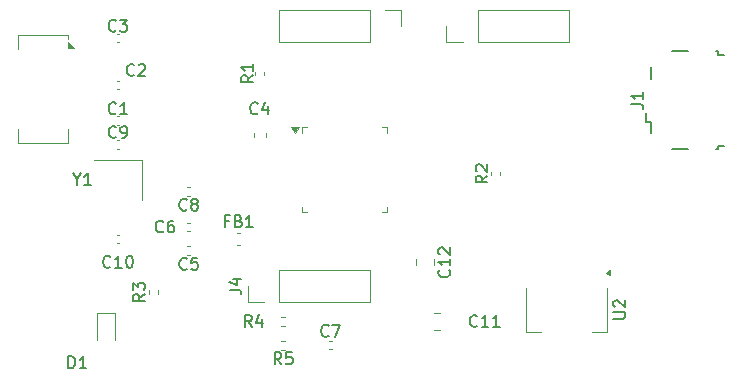
<source format=gbr>
%TF.GenerationSoftware,KiCad,Pcbnew,9.0.4*%
%TF.CreationDate,2025-09-11T21:53:48-07:00*%
%TF.ProjectId,STM32 PCB design,53544d33-3220-4504-9342-206465736967,rev?*%
%TF.SameCoordinates,Original*%
%TF.FileFunction,Legend,Top*%
%TF.FilePolarity,Positive*%
%FSLAX46Y46*%
G04 Gerber Fmt 4.6, Leading zero omitted, Abs format (unit mm)*
G04 Created by KiCad (PCBNEW 9.0.4) date 2025-09-11 21:53:48*
%MOMM*%
%LPD*%
G01*
G04 APERTURE LIST*
%ADD10C,0.150000*%
%ADD11C,0.120000*%
G04 APERTURE END LIST*
D10*
X121833333Y-72359580D02*
X121785714Y-72407200D01*
X121785714Y-72407200D02*
X121642857Y-72454819D01*
X121642857Y-72454819D02*
X121547619Y-72454819D01*
X121547619Y-72454819D02*
X121404762Y-72407200D01*
X121404762Y-72407200D02*
X121309524Y-72311961D01*
X121309524Y-72311961D02*
X121261905Y-72216723D01*
X121261905Y-72216723D02*
X121214286Y-72026247D01*
X121214286Y-72026247D02*
X121214286Y-71883390D01*
X121214286Y-71883390D02*
X121261905Y-71692914D01*
X121261905Y-71692914D02*
X121309524Y-71597676D01*
X121309524Y-71597676D02*
X121404762Y-71502438D01*
X121404762Y-71502438D02*
X121547619Y-71454819D01*
X121547619Y-71454819D02*
X121642857Y-71454819D01*
X121642857Y-71454819D02*
X121785714Y-71502438D01*
X121785714Y-71502438D02*
X121833333Y-71550057D01*
X122785714Y-72454819D02*
X122214286Y-72454819D01*
X122500000Y-72454819D02*
X122500000Y-71454819D01*
X122500000Y-71454819D02*
X122404762Y-71597676D01*
X122404762Y-71597676D02*
X122309524Y-71692914D01*
X122309524Y-71692914D02*
X122214286Y-71740533D01*
X139833333Y-91199580D02*
X139785714Y-91247200D01*
X139785714Y-91247200D02*
X139642857Y-91294819D01*
X139642857Y-91294819D02*
X139547619Y-91294819D01*
X139547619Y-91294819D02*
X139404762Y-91247200D01*
X139404762Y-91247200D02*
X139309524Y-91151961D01*
X139309524Y-91151961D02*
X139261905Y-91056723D01*
X139261905Y-91056723D02*
X139214286Y-90866247D01*
X139214286Y-90866247D02*
X139214286Y-90723390D01*
X139214286Y-90723390D02*
X139261905Y-90532914D01*
X139261905Y-90532914D02*
X139309524Y-90437676D01*
X139309524Y-90437676D02*
X139404762Y-90342438D01*
X139404762Y-90342438D02*
X139547619Y-90294819D01*
X139547619Y-90294819D02*
X139642857Y-90294819D01*
X139642857Y-90294819D02*
X139785714Y-90342438D01*
X139785714Y-90342438D02*
X139833333Y-90390057D01*
X140166667Y-90294819D02*
X140833333Y-90294819D01*
X140833333Y-90294819D02*
X140404762Y-91294819D01*
X127833333Y-85519580D02*
X127785714Y-85567200D01*
X127785714Y-85567200D02*
X127642857Y-85614819D01*
X127642857Y-85614819D02*
X127547619Y-85614819D01*
X127547619Y-85614819D02*
X127404762Y-85567200D01*
X127404762Y-85567200D02*
X127309524Y-85471961D01*
X127309524Y-85471961D02*
X127261905Y-85376723D01*
X127261905Y-85376723D02*
X127214286Y-85186247D01*
X127214286Y-85186247D02*
X127214286Y-85043390D01*
X127214286Y-85043390D02*
X127261905Y-84852914D01*
X127261905Y-84852914D02*
X127309524Y-84757676D01*
X127309524Y-84757676D02*
X127404762Y-84662438D01*
X127404762Y-84662438D02*
X127547619Y-84614819D01*
X127547619Y-84614819D02*
X127642857Y-84614819D01*
X127642857Y-84614819D02*
X127785714Y-84662438D01*
X127785714Y-84662438D02*
X127833333Y-84710057D01*
X128738095Y-84614819D02*
X128261905Y-84614819D01*
X128261905Y-84614819D02*
X128214286Y-85091009D01*
X128214286Y-85091009D02*
X128261905Y-85043390D01*
X128261905Y-85043390D02*
X128357143Y-84995771D01*
X128357143Y-84995771D02*
X128595238Y-84995771D01*
X128595238Y-84995771D02*
X128690476Y-85043390D01*
X128690476Y-85043390D02*
X128738095Y-85091009D01*
X128738095Y-85091009D02*
X128785714Y-85186247D01*
X128785714Y-85186247D02*
X128785714Y-85424342D01*
X128785714Y-85424342D02*
X128738095Y-85519580D01*
X128738095Y-85519580D02*
X128690476Y-85567200D01*
X128690476Y-85567200D02*
X128595238Y-85614819D01*
X128595238Y-85614819D02*
X128357143Y-85614819D01*
X128357143Y-85614819D02*
X128261905Y-85567200D01*
X128261905Y-85567200D02*
X128214286Y-85519580D01*
X125833333Y-82359580D02*
X125785714Y-82407200D01*
X125785714Y-82407200D02*
X125642857Y-82454819D01*
X125642857Y-82454819D02*
X125547619Y-82454819D01*
X125547619Y-82454819D02*
X125404762Y-82407200D01*
X125404762Y-82407200D02*
X125309524Y-82311961D01*
X125309524Y-82311961D02*
X125261905Y-82216723D01*
X125261905Y-82216723D02*
X125214286Y-82026247D01*
X125214286Y-82026247D02*
X125214286Y-81883390D01*
X125214286Y-81883390D02*
X125261905Y-81692914D01*
X125261905Y-81692914D02*
X125309524Y-81597676D01*
X125309524Y-81597676D02*
X125404762Y-81502438D01*
X125404762Y-81502438D02*
X125547619Y-81454819D01*
X125547619Y-81454819D02*
X125642857Y-81454819D01*
X125642857Y-81454819D02*
X125785714Y-81502438D01*
X125785714Y-81502438D02*
X125833333Y-81550057D01*
X126690476Y-81454819D02*
X126500000Y-81454819D01*
X126500000Y-81454819D02*
X126404762Y-81502438D01*
X126404762Y-81502438D02*
X126357143Y-81550057D01*
X126357143Y-81550057D02*
X126261905Y-81692914D01*
X126261905Y-81692914D02*
X126214286Y-81883390D01*
X126214286Y-81883390D02*
X126214286Y-82264342D01*
X126214286Y-82264342D02*
X126261905Y-82359580D01*
X126261905Y-82359580D02*
X126309524Y-82407200D01*
X126309524Y-82407200D02*
X126404762Y-82454819D01*
X126404762Y-82454819D02*
X126595238Y-82454819D01*
X126595238Y-82454819D02*
X126690476Y-82407200D01*
X126690476Y-82407200D02*
X126738095Y-82359580D01*
X126738095Y-82359580D02*
X126785714Y-82264342D01*
X126785714Y-82264342D02*
X126785714Y-82026247D01*
X126785714Y-82026247D02*
X126738095Y-81931009D01*
X126738095Y-81931009D02*
X126690476Y-81883390D01*
X126690476Y-81883390D02*
X126595238Y-81835771D01*
X126595238Y-81835771D02*
X126404762Y-81835771D01*
X126404762Y-81835771D02*
X126309524Y-81883390D01*
X126309524Y-81883390D02*
X126261905Y-81931009D01*
X126261905Y-81931009D02*
X126214286Y-82026247D01*
X121833333Y-65359580D02*
X121785714Y-65407200D01*
X121785714Y-65407200D02*
X121642857Y-65454819D01*
X121642857Y-65454819D02*
X121547619Y-65454819D01*
X121547619Y-65454819D02*
X121404762Y-65407200D01*
X121404762Y-65407200D02*
X121309524Y-65311961D01*
X121309524Y-65311961D02*
X121261905Y-65216723D01*
X121261905Y-65216723D02*
X121214286Y-65026247D01*
X121214286Y-65026247D02*
X121214286Y-64883390D01*
X121214286Y-64883390D02*
X121261905Y-64692914D01*
X121261905Y-64692914D02*
X121309524Y-64597676D01*
X121309524Y-64597676D02*
X121404762Y-64502438D01*
X121404762Y-64502438D02*
X121547619Y-64454819D01*
X121547619Y-64454819D02*
X121642857Y-64454819D01*
X121642857Y-64454819D02*
X121785714Y-64502438D01*
X121785714Y-64502438D02*
X121833333Y-64550057D01*
X122166667Y-64454819D02*
X122785714Y-64454819D01*
X122785714Y-64454819D02*
X122452381Y-64835771D01*
X122452381Y-64835771D02*
X122595238Y-64835771D01*
X122595238Y-64835771D02*
X122690476Y-64883390D01*
X122690476Y-64883390D02*
X122738095Y-64931009D01*
X122738095Y-64931009D02*
X122785714Y-65026247D01*
X122785714Y-65026247D02*
X122785714Y-65264342D01*
X122785714Y-65264342D02*
X122738095Y-65359580D01*
X122738095Y-65359580D02*
X122690476Y-65407200D01*
X122690476Y-65407200D02*
X122595238Y-65454819D01*
X122595238Y-65454819D02*
X122309524Y-65454819D01*
X122309524Y-65454819D02*
X122214286Y-65407200D01*
X122214286Y-65407200D02*
X122166667Y-65359580D01*
X131379166Y-81501009D02*
X131045833Y-81501009D01*
X131045833Y-82024819D02*
X131045833Y-81024819D01*
X131045833Y-81024819D02*
X131522023Y-81024819D01*
X132236309Y-81501009D02*
X132379166Y-81548628D01*
X132379166Y-81548628D02*
X132426785Y-81596247D01*
X132426785Y-81596247D02*
X132474404Y-81691485D01*
X132474404Y-81691485D02*
X132474404Y-81834342D01*
X132474404Y-81834342D02*
X132426785Y-81929580D01*
X132426785Y-81929580D02*
X132379166Y-81977200D01*
X132379166Y-81977200D02*
X132283928Y-82024819D01*
X132283928Y-82024819D02*
X131902976Y-82024819D01*
X131902976Y-82024819D02*
X131902976Y-81024819D01*
X131902976Y-81024819D02*
X132236309Y-81024819D01*
X132236309Y-81024819D02*
X132331547Y-81072438D01*
X132331547Y-81072438D02*
X132379166Y-81120057D01*
X132379166Y-81120057D02*
X132426785Y-81215295D01*
X132426785Y-81215295D02*
X132426785Y-81310533D01*
X132426785Y-81310533D02*
X132379166Y-81405771D01*
X132379166Y-81405771D02*
X132331547Y-81453390D01*
X132331547Y-81453390D02*
X132236309Y-81501009D01*
X132236309Y-81501009D02*
X131902976Y-81501009D01*
X133426785Y-82024819D02*
X132855357Y-82024819D01*
X133141071Y-82024819D02*
X133141071Y-81024819D01*
X133141071Y-81024819D02*
X133045833Y-81167676D01*
X133045833Y-81167676D02*
X132950595Y-81262914D01*
X132950595Y-81262914D02*
X132855357Y-81310533D01*
X133833333Y-72359580D02*
X133785714Y-72407200D01*
X133785714Y-72407200D02*
X133642857Y-72454819D01*
X133642857Y-72454819D02*
X133547619Y-72454819D01*
X133547619Y-72454819D02*
X133404762Y-72407200D01*
X133404762Y-72407200D02*
X133309524Y-72311961D01*
X133309524Y-72311961D02*
X133261905Y-72216723D01*
X133261905Y-72216723D02*
X133214286Y-72026247D01*
X133214286Y-72026247D02*
X133214286Y-71883390D01*
X133214286Y-71883390D02*
X133261905Y-71692914D01*
X133261905Y-71692914D02*
X133309524Y-71597676D01*
X133309524Y-71597676D02*
X133404762Y-71502438D01*
X133404762Y-71502438D02*
X133547619Y-71454819D01*
X133547619Y-71454819D02*
X133642857Y-71454819D01*
X133642857Y-71454819D02*
X133785714Y-71502438D01*
X133785714Y-71502438D02*
X133833333Y-71550057D01*
X134690476Y-71788152D02*
X134690476Y-72454819D01*
X134452381Y-71407200D02*
X134214286Y-72121485D01*
X134214286Y-72121485D02*
X134833333Y-72121485D01*
X152407142Y-90359580D02*
X152359523Y-90407200D01*
X152359523Y-90407200D02*
X152216666Y-90454819D01*
X152216666Y-90454819D02*
X152121428Y-90454819D01*
X152121428Y-90454819D02*
X151978571Y-90407200D01*
X151978571Y-90407200D02*
X151883333Y-90311961D01*
X151883333Y-90311961D02*
X151835714Y-90216723D01*
X151835714Y-90216723D02*
X151788095Y-90026247D01*
X151788095Y-90026247D02*
X151788095Y-89883390D01*
X151788095Y-89883390D02*
X151835714Y-89692914D01*
X151835714Y-89692914D02*
X151883333Y-89597676D01*
X151883333Y-89597676D02*
X151978571Y-89502438D01*
X151978571Y-89502438D02*
X152121428Y-89454819D01*
X152121428Y-89454819D02*
X152216666Y-89454819D01*
X152216666Y-89454819D02*
X152359523Y-89502438D01*
X152359523Y-89502438D02*
X152407142Y-89550057D01*
X153359523Y-90454819D02*
X152788095Y-90454819D01*
X153073809Y-90454819D02*
X153073809Y-89454819D01*
X153073809Y-89454819D02*
X152978571Y-89597676D01*
X152978571Y-89597676D02*
X152883333Y-89692914D01*
X152883333Y-89692914D02*
X152788095Y-89740533D01*
X154311904Y-90454819D02*
X153740476Y-90454819D01*
X154026190Y-90454819D02*
X154026190Y-89454819D01*
X154026190Y-89454819D02*
X153930952Y-89597676D01*
X153930952Y-89597676D02*
X153835714Y-89692914D01*
X153835714Y-89692914D02*
X153740476Y-89740533D01*
X131454819Y-87333333D02*
X132169104Y-87333333D01*
X132169104Y-87333333D02*
X132311961Y-87380952D01*
X132311961Y-87380952D02*
X132407200Y-87476190D01*
X132407200Y-87476190D02*
X132454819Y-87619047D01*
X132454819Y-87619047D02*
X132454819Y-87714285D01*
X131788152Y-86428571D02*
X132454819Y-86428571D01*
X131407200Y-86666666D02*
X132121485Y-86904761D01*
X132121485Y-86904761D02*
X132121485Y-86285714D01*
X135833333Y-93624819D02*
X135500000Y-93148628D01*
X135261905Y-93624819D02*
X135261905Y-92624819D01*
X135261905Y-92624819D02*
X135642857Y-92624819D01*
X135642857Y-92624819D02*
X135738095Y-92672438D01*
X135738095Y-92672438D02*
X135785714Y-92720057D01*
X135785714Y-92720057D02*
X135833333Y-92815295D01*
X135833333Y-92815295D02*
X135833333Y-92958152D01*
X135833333Y-92958152D02*
X135785714Y-93053390D01*
X135785714Y-93053390D02*
X135738095Y-93101009D01*
X135738095Y-93101009D02*
X135642857Y-93148628D01*
X135642857Y-93148628D02*
X135261905Y-93148628D01*
X136738095Y-92624819D02*
X136261905Y-92624819D01*
X136261905Y-92624819D02*
X136214286Y-93101009D01*
X136214286Y-93101009D02*
X136261905Y-93053390D01*
X136261905Y-93053390D02*
X136357143Y-93005771D01*
X136357143Y-93005771D02*
X136595238Y-93005771D01*
X136595238Y-93005771D02*
X136690476Y-93053390D01*
X136690476Y-93053390D02*
X136738095Y-93101009D01*
X136738095Y-93101009D02*
X136785714Y-93196247D01*
X136785714Y-93196247D02*
X136785714Y-93434342D01*
X136785714Y-93434342D02*
X136738095Y-93529580D01*
X136738095Y-93529580D02*
X136690476Y-93577200D01*
X136690476Y-93577200D02*
X136595238Y-93624819D01*
X136595238Y-93624819D02*
X136357143Y-93624819D01*
X136357143Y-93624819D02*
X136261905Y-93577200D01*
X136261905Y-93577200D02*
X136214286Y-93529580D01*
X118523809Y-77978628D02*
X118523809Y-78454819D01*
X118190476Y-77454819D02*
X118523809Y-77978628D01*
X118523809Y-77978628D02*
X118857142Y-77454819D01*
X119714285Y-78454819D02*
X119142857Y-78454819D01*
X119428571Y-78454819D02*
X119428571Y-77454819D01*
X119428571Y-77454819D02*
X119333333Y-77597676D01*
X119333333Y-77597676D02*
X119238095Y-77692914D01*
X119238095Y-77692914D02*
X119142857Y-77740533D01*
X121357142Y-85359580D02*
X121309523Y-85407200D01*
X121309523Y-85407200D02*
X121166666Y-85454819D01*
X121166666Y-85454819D02*
X121071428Y-85454819D01*
X121071428Y-85454819D02*
X120928571Y-85407200D01*
X120928571Y-85407200D02*
X120833333Y-85311961D01*
X120833333Y-85311961D02*
X120785714Y-85216723D01*
X120785714Y-85216723D02*
X120738095Y-85026247D01*
X120738095Y-85026247D02*
X120738095Y-84883390D01*
X120738095Y-84883390D02*
X120785714Y-84692914D01*
X120785714Y-84692914D02*
X120833333Y-84597676D01*
X120833333Y-84597676D02*
X120928571Y-84502438D01*
X120928571Y-84502438D02*
X121071428Y-84454819D01*
X121071428Y-84454819D02*
X121166666Y-84454819D01*
X121166666Y-84454819D02*
X121309523Y-84502438D01*
X121309523Y-84502438D02*
X121357142Y-84550057D01*
X122309523Y-85454819D02*
X121738095Y-85454819D01*
X122023809Y-85454819D02*
X122023809Y-84454819D01*
X122023809Y-84454819D02*
X121928571Y-84597676D01*
X121928571Y-84597676D02*
X121833333Y-84692914D01*
X121833333Y-84692914D02*
X121738095Y-84740533D01*
X122928571Y-84454819D02*
X123023809Y-84454819D01*
X123023809Y-84454819D02*
X123119047Y-84502438D01*
X123119047Y-84502438D02*
X123166666Y-84550057D01*
X123166666Y-84550057D02*
X123214285Y-84645295D01*
X123214285Y-84645295D02*
X123261904Y-84835771D01*
X123261904Y-84835771D02*
X123261904Y-85073866D01*
X123261904Y-85073866D02*
X123214285Y-85264342D01*
X123214285Y-85264342D02*
X123166666Y-85359580D01*
X123166666Y-85359580D02*
X123119047Y-85407200D01*
X123119047Y-85407200D02*
X123023809Y-85454819D01*
X123023809Y-85454819D02*
X122928571Y-85454819D01*
X122928571Y-85454819D02*
X122833333Y-85407200D01*
X122833333Y-85407200D02*
X122785714Y-85359580D01*
X122785714Y-85359580D02*
X122738095Y-85264342D01*
X122738095Y-85264342D02*
X122690476Y-85073866D01*
X122690476Y-85073866D02*
X122690476Y-84835771D01*
X122690476Y-84835771D02*
X122738095Y-84645295D01*
X122738095Y-84645295D02*
X122785714Y-84550057D01*
X122785714Y-84550057D02*
X122833333Y-84502438D01*
X122833333Y-84502438D02*
X122928571Y-84454819D01*
X153284819Y-77656666D02*
X152808628Y-77989999D01*
X153284819Y-78228094D02*
X152284819Y-78228094D01*
X152284819Y-78228094D02*
X152284819Y-77847142D01*
X152284819Y-77847142D02*
X152332438Y-77751904D01*
X152332438Y-77751904D02*
X152380057Y-77704285D01*
X152380057Y-77704285D02*
X152475295Y-77656666D01*
X152475295Y-77656666D02*
X152618152Y-77656666D01*
X152618152Y-77656666D02*
X152713390Y-77704285D01*
X152713390Y-77704285D02*
X152761009Y-77751904D01*
X152761009Y-77751904D02*
X152808628Y-77847142D01*
X152808628Y-77847142D02*
X152808628Y-78228094D01*
X152380057Y-77275713D02*
X152332438Y-77228094D01*
X152332438Y-77228094D02*
X152284819Y-77132856D01*
X152284819Y-77132856D02*
X152284819Y-76894761D01*
X152284819Y-76894761D02*
X152332438Y-76799523D01*
X152332438Y-76799523D02*
X152380057Y-76751904D01*
X152380057Y-76751904D02*
X152475295Y-76704285D01*
X152475295Y-76704285D02*
X152570533Y-76704285D01*
X152570533Y-76704285D02*
X152713390Y-76751904D01*
X152713390Y-76751904D02*
X153284819Y-77323332D01*
X153284819Y-77323332D02*
X153284819Y-76704285D01*
X117803705Y-93952219D02*
X117803705Y-92952219D01*
X117803705Y-92952219D02*
X118041800Y-92952219D01*
X118041800Y-92952219D02*
X118184657Y-92999838D01*
X118184657Y-92999838D02*
X118279895Y-93095076D01*
X118279895Y-93095076D02*
X118327514Y-93190314D01*
X118327514Y-93190314D02*
X118375133Y-93380790D01*
X118375133Y-93380790D02*
X118375133Y-93523647D01*
X118375133Y-93523647D02*
X118327514Y-93714123D01*
X118327514Y-93714123D02*
X118279895Y-93809361D01*
X118279895Y-93809361D02*
X118184657Y-93904600D01*
X118184657Y-93904600D02*
X118041800Y-93952219D01*
X118041800Y-93952219D02*
X117803705Y-93952219D01*
X119327514Y-93952219D02*
X118756086Y-93952219D01*
X119041800Y-93952219D02*
X119041800Y-92952219D01*
X119041800Y-92952219D02*
X118946562Y-93095076D01*
X118946562Y-93095076D02*
X118851324Y-93190314D01*
X118851324Y-93190314D02*
X118756086Y-93237933D01*
X124284819Y-87676666D02*
X123808628Y-88009999D01*
X124284819Y-88248094D02*
X123284819Y-88248094D01*
X123284819Y-88248094D02*
X123284819Y-87867142D01*
X123284819Y-87867142D02*
X123332438Y-87771904D01*
X123332438Y-87771904D02*
X123380057Y-87724285D01*
X123380057Y-87724285D02*
X123475295Y-87676666D01*
X123475295Y-87676666D02*
X123618152Y-87676666D01*
X123618152Y-87676666D02*
X123713390Y-87724285D01*
X123713390Y-87724285D02*
X123761009Y-87771904D01*
X123761009Y-87771904D02*
X123808628Y-87867142D01*
X123808628Y-87867142D02*
X123808628Y-88248094D01*
X123284819Y-87343332D02*
X123284819Y-86724285D01*
X123284819Y-86724285D02*
X123665771Y-87057618D01*
X123665771Y-87057618D02*
X123665771Y-86914761D01*
X123665771Y-86914761D02*
X123713390Y-86819523D01*
X123713390Y-86819523D02*
X123761009Y-86771904D01*
X123761009Y-86771904D02*
X123856247Y-86724285D01*
X123856247Y-86724285D02*
X124094342Y-86724285D01*
X124094342Y-86724285D02*
X124189580Y-86771904D01*
X124189580Y-86771904D02*
X124237200Y-86819523D01*
X124237200Y-86819523D02*
X124284819Y-86914761D01*
X124284819Y-86914761D02*
X124284819Y-87200475D01*
X124284819Y-87200475D02*
X124237200Y-87295713D01*
X124237200Y-87295713D02*
X124189580Y-87343332D01*
X150039580Y-85642857D02*
X150087200Y-85690476D01*
X150087200Y-85690476D02*
X150134819Y-85833333D01*
X150134819Y-85833333D02*
X150134819Y-85928571D01*
X150134819Y-85928571D02*
X150087200Y-86071428D01*
X150087200Y-86071428D02*
X149991961Y-86166666D01*
X149991961Y-86166666D02*
X149896723Y-86214285D01*
X149896723Y-86214285D02*
X149706247Y-86261904D01*
X149706247Y-86261904D02*
X149563390Y-86261904D01*
X149563390Y-86261904D02*
X149372914Y-86214285D01*
X149372914Y-86214285D02*
X149277676Y-86166666D01*
X149277676Y-86166666D02*
X149182438Y-86071428D01*
X149182438Y-86071428D02*
X149134819Y-85928571D01*
X149134819Y-85928571D02*
X149134819Y-85833333D01*
X149134819Y-85833333D02*
X149182438Y-85690476D01*
X149182438Y-85690476D02*
X149230057Y-85642857D01*
X150134819Y-84690476D02*
X150134819Y-85261904D01*
X150134819Y-84976190D02*
X149134819Y-84976190D01*
X149134819Y-84976190D02*
X149277676Y-85071428D01*
X149277676Y-85071428D02*
X149372914Y-85166666D01*
X149372914Y-85166666D02*
X149420533Y-85261904D01*
X149230057Y-84309523D02*
X149182438Y-84261904D01*
X149182438Y-84261904D02*
X149134819Y-84166666D01*
X149134819Y-84166666D02*
X149134819Y-83928571D01*
X149134819Y-83928571D02*
X149182438Y-83833333D01*
X149182438Y-83833333D02*
X149230057Y-83785714D01*
X149230057Y-83785714D02*
X149325295Y-83738095D01*
X149325295Y-83738095D02*
X149420533Y-83738095D01*
X149420533Y-83738095D02*
X149563390Y-83785714D01*
X149563390Y-83785714D02*
X150134819Y-84357142D01*
X150134819Y-84357142D02*
X150134819Y-83738095D01*
X165481419Y-71610733D02*
X166195704Y-71610733D01*
X166195704Y-71610733D02*
X166338561Y-71658352D01*
X166338561Y-71658352D02*
X166433800Y-71753590D01*
X166433800Y-71753590D02*
X166481419Y-71896447D01*
X166481419Y-71896447D02*
X166481419Y-71991685D01*
X166481419Y-70610733D02*
X166481419Y-71182161D01*
X166481419Y-70896447D02*
X165481419Y-70896447D01*
X165481419Y-70896447D02*
X165624276Y-70991685D01*
X165624276Y-70991685D02*
X165719514Y-71086923D01*
X165719514Y-71086923D02*
X165767133Y-71182161D01*
X133323333Y-90454819D02*
X132990000Y-89978628D01*
X132751905Y-90454819D02*
X132751905Y-89454819D01*
X132751905Y-89454819D02*
X133132857Y-89454819D01*
X133132857Y-89454819D02*
X133228095Y-89502438D01*
X133228095Y-89502438D02*
X133275714Y-89550057D01*
X133275714Y-89550057D02*
X133323333Y-89645295D01*
X133323333Y-89645295D02*
X133323333Y-89788152D01*
X133323333Y-89788152D02*
X133275714Y-89883390D01*
X133275714Y-89883390D02*
X133228095Y-89931009D01*
X133228095Y-89931009D02*
X133132857Y-89978628D01*
X133132857Y-89978628D02*
X132751905Y-89978628D01*
X134180476Y-89788152D02*
X134180476Y-90454819D01*
X133942381Y-89407200D02*
X133704286Y-90121485D01*
X133704286Y-90121485D02*
X134323333Y-90121485D01*
X121833333Y-74359580D02*
X121785714Y-74407200D01*
X121785714Y-74407200D02*
X121642857Y-74454819D01*
X121642857Y-74454819D02*
X121547619Y-74454819D01*
X121547619Y-74454819D02*
X121404762Y-74407200D01*
X121404762Y-74407200D02*
X121309524Y-74311961D01*
X121309524Y-74311961D02*
X121261905Y-74216723D01*
X121261905Y-74216723D02*
X121214286Y-74026247D01*
X121214286Y-74026247D02*
X121214286Y-73883390D01*
X121214286Y-73883390D02*
X121261905Y-73692914D01*
X121261905Y-73692914D02*
X121309524Y-73597676D01*
X121309524Y-73597676D02*
X121404762Y-73502438D01*
X121404762Y-73502438D02*
X121547619Y-73454819D01*
X121547619Y-73454819D02*
X121642857Y-73454819D01*
X121642857Y-73454819D02*
X121785714Y-73502438D01*
X121785714Y-73502438D02*
X121833333Y-73550057D01*
X122309524Y-74454819D02*
X122500000Y-74454819D01*
X122500000Y-74454819D02*
X122595238Y-74407200D01*
X122595238Y-74407200D02*
X122642857Y-74359580D01*
X122642857Y-74359580D02*
X122738095Y-74216723D01*
X122738095Y-74216723D02*
X122785714Y-74026247D01*
X122785714Y-74026247D02*
X122785714Y-73645295D01*
X122785714Y-73645295D02*
X122738095Y-73550057D01*
X122738095Y-73550057D02*
X122690476Y-73502438D01*
X122690476Y-73502438D02*
X122595238Y-73454819D01*
X122595238Y-73454819D02*
X122404762Y-73454819D01*
X122404762Y-73454819D02*
X122309524Y-73502438D01*
X122309524Y-73502438D02*
X122261905Y-73550057D01*
X122261905Y-73550057D02*
X122214286Y-73645295D01*
X122214286Y-73645295D02*
X122214286Y-73883390D01*
X122214286Y-73883390D02*
X122261905Y-73978628D01*
X122261905Y-73978628D02*
X122309524Y-74026247D01*
X122309524Y-74026247D02*
X122404762Y-74073866D01*
X122404762Y-74073866D02*
X122595238Y-74073866D01*
X122595238Y-74073866D02*
X122690476Y-74026247D01*
X122690476Y-74026247D02*
X122738095Y-73978628D01*
X122738095Y-73978628D02*
X122785714Y-73883390D01*
X133454819Y-69166666D02*
X132978628Y-69499999D01*
X133454819Y-69738094D02*
X132454819Y-69738094D01*
X132454819Y-69738094D02*
X132454819Y-69357142D01*
X132454819Y-69357142D02*
X132502438Y-69261904D01*
X132502438Y-69261904D02*
X132550057Y-69214285D01*
X132550057Y-69214285D02*
X132645295Y-69166666D01*
X132645295Y-69166666D02*
X132788152Y-69166666D01*
X132788152Y-69166666D02*
X132883390Y-69214285D01*
X132883390Y-69214285D02*
X132931009Y-69261904D01*
X132931009Y-69261904D02*
X132978628Y-69357142D01*
X132978628Y-69357142D02*
X132978628Y-69738094D01*
X133454819Y-68214285D02*
X133454819Y-68785713D01*
X133454819Y-68499999D02*
X132454819Y-68499999D01*
X132454819Y-68499999D02*
X132597676Y-68595237D01*
X132597676Y-68595237D02*
X132692914Y-68690475D01*
X132692914Y-68690475D02*
X132740533Y-68785713D01*
X127833333Y-80519580D02*
X127785714Y-80567200D01*
X127785714Y-80567200D02*
X127642857Y-80614819D01*
X127642857Y-80614819D02*
X127547619Y-80614819D01*
X127547619Y-80614819D02*
X127404762Y-80567200D01*
X127404762Y-80567200D02*
X127309524Y-80471961D01*
X127309524Y-80471961D02*
X127261905Y-80376723D01*
X127261905Y-80376723D02*
X127214286Y-80186247D01*
X127214286Y-80186247D02*
X127214286Y-80043390D01*
X127214286Y-80043390D02*
X127261905Y-79852914D01*
X127261905Y-79852914D02*
X127309524Y-79757676D01*
X127309524Y-79757676D02*
X127404762Y-79662438D01*
X127404762Y-79662438D02*
X127547619Y-79614819D01*
X127547619Y-79614819D02*
X127642857Y-79614819D01*
X127642857Y-79614819D02*
X127785714Y-79662438D01*
X127785714Y-79662438D02*
X127833333Y-79710057D01*
X128404762Y-80043390D02*
X128309524Y-79995771D01*
X128309524Y-79995771D02*
X128261905Y-79948152D01*
X128261905Y-79948152D02*
X128214286Y-79852914D01*
X128214286Y-79852914D02*
X128214286Y-79805295D01*
X128214286Y-79805295D02*
X128261905Y-79710057D01*
X128261905Y-79710057D02*
X128309524Y-79662438D01*
X128309524Y-79662438D02*
X128404762Y-79614819D01*
X128404762Y-79614819D02*
X128595238Y-79614819D01*
X128595238Y-79614819D02*
X128690476Y-79662438D01*
X128690476Y-79662438D02*
X128738095Y-79710057D01*
X128738095Y-79710057D02*
X128785714Y-79805295D01*
X128785714Y-79805295D02*
X128785714Y-79852914D01*
X128785714Y-79852914D02*
X128738095Y-79948152D01*
X128738095Y-79948152D02*
X128690476Y-79995771D01*
X128690476Y-79995771D02*
X128595238Y-80043390D01*
X128595238Y-80043390D02*
X128404762Y-80043390D01*
X128404762Y-80043390D02*
X128309524Y-80091009D01*
X128309524Y-80091009D02*
X128261905Y-80138628D01*
X128261905Y-80138628D02*
X128214286Y-80233866D01*
X128214286Y-80233866D02*
X128214286Y-80424342D01*
X128214286Y-80424342D02*
X128261905Y-80519580D01*
X128261905Y-80519580D02*
X128309524Y-80567200D01*
X128309524Y-80567200D02*
X128404762Y-80614819D01*
X128404762Y-80614819D02*
X128595238Y-80614819D01*
X128595238Y-80614819D02*
X128690476Y-80567200D01*
X128690476Y-80567200D02*
X128738095Y-80519580D01*
X128738095Y-80519580D02*
X128785714Y-80424342D01*
X128785714Y-80424342D02*
X128785714Y-80233866D01*
X128785714Y-80233866D02*
X128738095Y-80138628D01*
X128738095Y-80138628D02*
X128690476Y-80091009D01*
X128690476Y-80091009D02*
X128595238Y-80043390D01*
X123378933Y-69117380D02*
X123331314Y-69165000D01*
X123331314Y-69165000D02*
X123188457Y-69212619D01*
X123188457Y-69212619D02*
X123093219Y-69212619D01*
X123093219Y-69212619D02*
X122950362Y-69165000D01*
X122950362Y-69165000D02*
X122855124Y-69069761D01*
X122855124Y-69069761D02*
X122807505Y-68974523D01*
X122807505Y-68974523D02*
X122759886Y-68784047D01*
X122759886Y-68784047D02*
X122759886Y-68641190D01*
X122759886Y-68641190D02*
X122807505Y-68450714D01*
X122807505Y-68450714D02*
X122855124Y-68355476D01*
X122855124Y-68355476D02*
X122950362Y-68260238D01*
X122950362Y-68260238D02*
X123093219Y-68212619D01*
X123093219Y-68212619D02*
X123188457Y-68212619D01*
X123188457Y-68212619D02*
X123331314Y-68260238D01*
X123331314Y-68260238D02*
X123378933Y-68307857D01*
X123759886Y-68307857D02*
X123807505Y-68260238D01*
X123807505Y-68260238D02*
X123902743Y-68212619D01*
X123902743Y-68212619D02*
X124140838Y-68212619D01*
X124140838Y-68212619D02*
X124236076Y-68260238D01*
X124236076Y-68260238D02*
X124283695Y-68307857D01*
X124283695Y-68307857D02*
X124331314Y-68403095D01*
X124331314Y-68403095D02*
X124331314Y-68498333D01*
X124331314Y-68498333D02*
X124283695Y-68641190D01*
X124283695Y-68641190D02*
X123712267Y-69212619D01*
X123712267Y-69212619D02*
X124331314Y-69212619D01*
X163954819Y-89761904D02*
X164764342Y-89761904D01*
X164764342Y-89761904D02*
X164859580Y-89714285D01*
X164859580Y-89714285D02*
X164907200Y-89666666D01*
X164907200Y-89666666D02*
X164954819Y-89571428D01*
X164954819Y-89571428D02*
X164954819Y-89380952D01*
X164954819Y-89380952D02*
X164907200Y-89285714D01*
X164907200Y-89285714D02*
X164859580Y-89238095D01*
X164859580Y-89238095D02*
X164764342Y-89190476D01*
X164764342Y-89190476D02*
X163954819Y-89190476D01*
X164050057Y-88761904D02*
X164002438Y-88714285D01*
X164002438Y-88714285D02*
X163954819Y-88619047D01*
X163954819Y-88619047D02*
X163954819Y-88380952D01*
X163954819Y-88380952D02*
X164002438Y-88285714D01*
X164002438Y-88285714D02*
X164050057Y-88238095D01*
X164050057Y-88238095D02*
X164145295Y-88190476D01*
X164145295Y-88190476D02*
X164240533Y-88190476D01*
X164240533Y-88190476D02*
X164383390Y-88238095D01*
X164383390Y-88238095D02*
X164954819Y-88809523D01*
X164954819Y-88809523D02*
X164954819Y-88190476D01*
D11*
%TO.C,C1*%
X122107836Y-72640000D02*
X121892164Y-72640000D01*
X122107836Y-73360000D02*
X121892164Y-73360000D01*
%TO.C,J2*%
X149810000Y-66380000D02*
X149810000Y-65000000D01*
X151190000Y-66380000D02*
X149810000Y-66380000D01*
X152460000Y-63620000D02*
X160190000Y-63620000D01*
X152460000Y-66380000D02*
X152460000Y-63620000D01*
X152460000Y-66380000D02*
X160190000Y-66380000D01*
X160190000Y-66380000D02*
X160190000Y-63620000D01*
%TO.C,C7*%
X139892164Y-91640000D02*
X140107836Y-91640000D01*
X139892164Y-92360000D02*
X140107836Y-92360000D01*
%TO.C,C5*%
X128107836Y-83640000D02*
X127892164Y-83640000D01*
X128107836Y-84360000D02*
X127892164Y-84360000D01*
%TO.C,C6*%
X128107836Y-81640000D02*
X127892164Y-81640000D01*
X128107836Y-82360000D02*
X127892164Y-82360000D01*
%TO.C,C3*%
X122107836Y-65640000D02*
X121892164Y-65640000D01*
X122107836Y-66360000D02*
X121892164Y-66360000D01*
%TO.C,FB1*%
X132049721Y-82490000D02*
X132375279Y-82490000D01*
X132049721Y-83510000D02*
X132375279Y-83510000D01*
%TO.C,C4*%
X133490000Y-74365580D02*
X133490000Y-74084420D01*
X134510000Y-74365580D02*
X134510000Y-74084420D01*
%TO.C,C11*%
X149311252Y-89265000D02*
X148788748Y-89265000D01*
X149311252Y-90735000D02*
X148788748Y-90735000D01*
%TO.C,J4*%
X133000000Y-88380000D02*
X133000000Y-87000000D01*
X134380000Y-88380000D02*
X133000000Y-88380000D01*
X135650000Y-85620000D02*
X143380000Y-85620000D01*
X135650000Y-88380000D02*
X135650000Y-85620000D01*
X135650000Y-88380000D02*
X143380000Y-88380000D01*
X143380000Y-88380000D02*
X143380000Y-85620000D01*
%TO.C,R5*%
X136153641Y-91620000D02*
X135846359Y-91620000D01*
X136153641Y-92380000D02*
X135846359Y-92380000D01*
%TO.C,Y1*%
X124060000Y-76290000D02*
X119940000Y-76290000D01*
X124060000Y-79710000D02*
X124060000Y-76290000D01*
%TO.C,SW1*%
X113575500Y-65707200D02*
X113575500Y-66907200D01*
X113575500Y-74907200D02*
X113575500Y-73707200D01*
X117775500Y-65707200D02*
X113575500Y-65707200D01*
X117775500Y-66057200D02*
X117775500Y-65707200D01*
X117775500Y-73707200D02*
X117775500Y-74907200D01*
X117775500Y-74907200D02*
X113575500Y-74907200D01*
X118255500Y-66807200D02*
X117775500Y-66807200D01*
X117775500Y-66327200D01*
X118255500Y-66807200D01*
G36*
X118255500Y-66807200D02*
G01*
X117775500Y-66807200D01*
X117775500Y-66327200D01*
X118255500Y-66807200D01*
G37*
%TO.C,C10*%
X121892164Y-82640000D02*
X122107836Y-82640000D01*
X121892164Y-83360000D02*
X122107836Y-83360000D01*
%TO.C,R2*%
X153620000Y-77643641D02*
X153620000Y-77336359D01*
X154380000Y-77643641D02*
X154380000Y-77336359D01*
%TO.C,D1*%
X120265000Y-89302500D02*
X120265000Y-91587500D01*
X121735000Y-89302500D02*
X120265000Y-89302500D01*
X121735000Y-91587500D02*
X121735000Y-89302500D01*
%TO.C,R3*%
X124620000Y-87663641D02*
X124620000Y-87356359D01*
X125380000Y-87663641D02*
X125380000Y-87356359D01*
%TO.C,C12*%
X147265000Y-84738748D02*
X147265000Y-85261252D01*
X148735000Y-84738748D02*
X148735000Y-85261252D01*
%TO.C,U1*%
X137563200Y-73555200D02*
X137563200Y-74005200D01*
X137563200Y-80775200D02*
X137563200Y-80325200D01*
X138013200Y-73555200D02*
X137563200Y-73555200D01*
X138013200Y-80775200D02*
X137563200Y-80775200D01*
X144333200Y-73555200D02*
X144783200Y-73555200D01*
X144333200Y-80775200D02*
X144783200Y-80775200D01*
X144783200Y-73555200D02*
X144783200Y-74005200D01*
X144783200Y-80775200D02*
X144783200Y-80325200D01*
X136973200Y-74005200D02*
X136633200Y-73535200D01*
X137313200Y-73535200D01*
X136973200Y-74005200D01*
G36*
X136973200Y-74005200D02*
G01*
X136633200Y-73535200D01*
X137313200Y-73535200D01*
X136973200Y-74005200D01*
G37*
D10*
%TO.C,J1*%
X166701600Y-72352400D02*
X166701600Y-73077400D01*
X166701600Y-73077400D02*
X167126600Y-73077400D01*
X167126600Y-69477400D02*
X167126600Y-68477400D01*
X167126600Y-73077400D02*
X167126600Y-74077400D01*
X168876600Y-75427400D02*
X170276600Y-75427400D01*
X170276600Y-67127400D02*
X168876600Y-67127400D01*
X172676600Y-75427400D02*
X172826600Y-75427400D01*
X172826600Y-67127400D02*
X172676600Y-67127400D01*
X172826600Y-67427400D02*
X172826600Y-67127400D01*
X172826600Y-75127400D02*
X173276600Y-75127400D01*
X172826600Y-75427400D02*
X172826600Y-75127400D01*
X173276600Y-67427400D02*
X172826600Y-67427400D01*
D11*
%TO.C,R4*%
X136153641Y-89620000D02*
X135846359Y-89620000D01*
X136153641Y-90380000D02*
X135846359Y-90380000D01*
%TO.C,C9*%
X122107836Y-74640000D02*
X121892164Y-74640000D01*
X122107836Y-75360000D02*
X121892164Y-75360000D01*
%TO.C,R1*%
X133620000Y-68846359D02*
X133620000Y-69153641D01*
X134380000Y-68846359D02*
X134380000Y-69153641D01*
%TO.C,C8*%
X128107836Y-78640000D02*
X127892164Y-78640000D01*
X128107836Y-79360000D02*
X127892164Y-79360000D01*
%TO.C,C2*%
X122107836Y-69640000D02*
X121892164Y-69640000D01*
X122107836Y-70360000D02*
X121892164Y-70360000D01*
%TO.C,J3*%
X135620000Y-63620000D02*
X135620000Y-66380000D01*
X143350000Y-63620000D02*
X135620000Y-63620000D01*
X143350000Y-63620000D02*
X143350000Y-66380000D01*
X143350000Y-66380000D02*
X135620000Y-66380000D01*
X144620000Y-63620000D02*
X146000000Y-63620000D01*
X146000000Y-63620000D02*
X146000000Y-65000000D01*
%TO.C,U2*%
X156590000Y-87150000D02*
X156590000Y-90910000D01*
X156590000Y-90910000D02*
X157850000Y-90910000D01*
X163410000Y-87150000D02*
X163410000Y-90910000D01*
X163410000Y-90910000D02*
X162150000Y-90910000D01*
X163640000Y-86110000D02*
X163310000Y-85870000D01*
X163640000Y-85630000D01*
X163640000Y-86110000D01*
G36*
X163640000Y-86110000D02*
G01*
X163310000Y-85870000D01*
X163640000Y-85630000D01*
X163640000Y-86110000D01*
G37*
%TD*%
M02*

</source>
